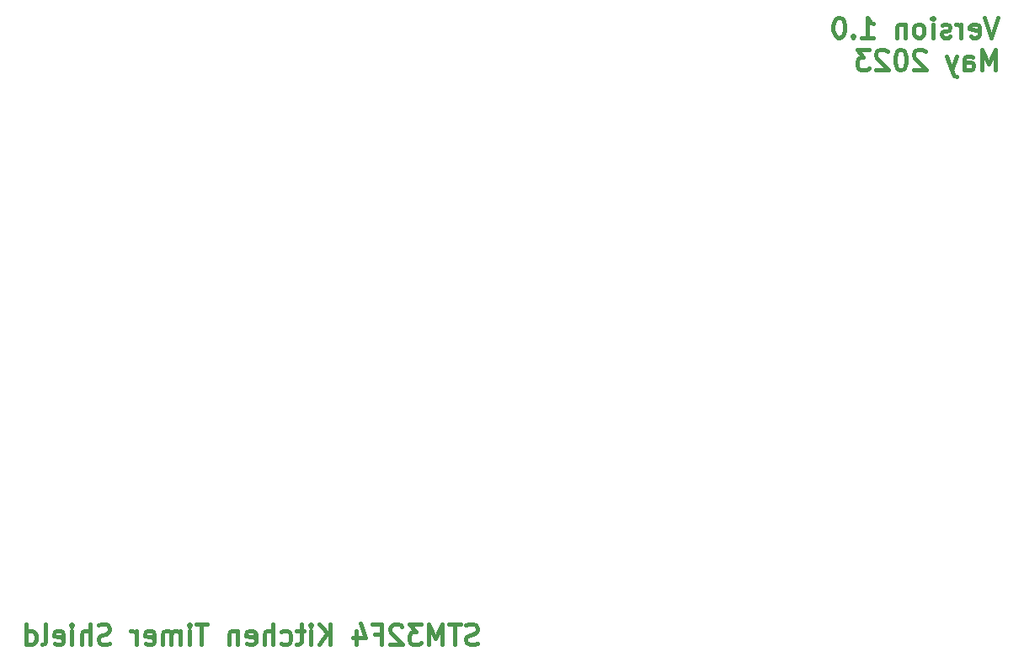
<source format=gbr>
%TF.GenerationSoftware,KiCad,Pcbnew,7.0.1*%
%TF.CreationDate,2023-05-07T16:57:40-06:00*%
%TF.ProjectId,Phase_C_STM_Shield,50686173-655f-4435-9f53-544d5f536869,rev?*%
%TF.SameCoordinates,Original*%
%TF.FileFunction,Legend,Bot*%
%TF.FilePolarity,Positive*%
%FSLAX46Y46*%
G04 Gerber Fmt 4.6, Leading zero omitted, Abs format (unit mm)*
G04 Created by KiCad (PCBNEW 7.0.1) date 2023-05-07 16:57:40*
%MOMM*%
%LPD*%
G01*
G04 APERTURE LIST*
%ADD10C,0.400000*%
G04 APERTURE END LIST*
D10*
X101320647Y-104638200D02*
X101034933Y-104733438D01*
X101034933Y-104733438D02*
X100558742Y-104733438D01*
X100558742Y-104733438D02*
X100368266Y-104638200D01*
X100368266Y-104638200D02*
X100273028Y-104542961D01*
X100273028Y-104542961D02*
X100177790Y-104352485D01*
X100177790Y-104352485D02*
X100177790Y-104162009D01*
X100177790Y-104162009D02*
X100273028Y-103971533D01*
X100273028Y-103971533D02*
X100368266Y-103876295D01*
X100368266Y-103876295D02*
X100558742Y-103781057D01*
X100558742Y-103781057D02*
X100939695Y-103685819D01*
X100939695Y-103685819D02*
X101130171Y-103590580D01*
X101130171Y-103590580D02*
X101225409Y-103495342D01*
X101225409Y-103495342D02*
X101320647Y-103304866D01*
X101320647Y-103304866D02*
X101320647Y-103114390D01*
X101320647Y-103114390D02*
X101225409Y-102923914D01*
X101225409Y-102923914D02*
X101130171Y-102828676D01*
X101130171Y-102828676D02*
X100939695Y-102733438D01*
X100939695Y-102733438D02*
X100463504Y-102733438D01*
X100463504Y-102733438D02*
X100177790Y-102828676D01*
X99606361Y-102733438D02*
X98463504Y-102733438D01*
X99034933Y-104733438D02*
X99034933Y-102733438D01*
X97796837Y-104733438D02*
X97796837Y-102733438D01*
X97796837Y-102733438D02*
X97130170Y-104162009D01*
X97130170Y-104162009D02*
X96463504Y-102733438D01*
X96463504Y-102733438D02*
X96463504Y-104733438D01*
X95701599Y-102733438D02*
X94463504Y-102733438D01*
X94463504Y-102733438D02*
X95130171Y-103495342D01*
X95130171Y-103495342D02*
X94844456Y-103495342D01*
X94844456Y-103495342D02*
X94653980Y-103590580D01*
X94653980Y-103590580D02*
X94558742Y-103685819D01*
X94558742Y-103685819D02*
X94463504Y-103876295D01*
X94463504Y-103876295D02*
X94463504Y-104352485D01*
X94463504Y-104352485D02*
X94558742Y-104542961D01*
X94558742Y-104542961D02*
X94653980Y-104638200D01*
X94653980Y-104638200D02*
X94844456Y-104733438D01*
X94844456Y-104733438D02*
X95415885Y-104733438D01*
X95415885Y-104733438D02*
X95606361Y-104638200D01*
X95606361Y-104638200D02*
X95701599Y-104542961D01*
X93701599Y-102923914D02*
X93606361Y-102828676D01*
X93606361Y-102828676D02*
X93415885Y-102733438D01*
X93415885Y-102733438D02*
X92939694Y-102733438D01*
X92939694Y-102733438D02*
X92749218Y-102828676D01*
X92749218Y-102828676D02*
X92653980Y-102923914D01*
X92653980Y-102923914D02*
X92558742Y-103114390D01*
X92558742Y-103114390D02*
X92558742Y-103304866D01*
X92558742Y-103304866D02*
X92653980Y-103590580D01*
X92653980Y-103590580D02*
X93796837Y-104733438D01*
X93796837Y-104733438D02*
X92558742Y-104733438D01*
X91034932Y-103685819D02*
X91701599Y-103685819D01*
X91701599Y-104733438D02*
X91701599Y-102733438D01*
X91701599Y-102733438D02*
X90749218Y-102733438D01*
X89130170Y-103400104D02*
X89130170Y-104733438D01*
X89606361Y-102638200D02*
X90082551Y-104066771D01*
X90082551Y-104066771D02*
X88844456Y-104066771D01*
X86558741Y-104733438D02*
X86558741Y-102733438D01*
X85415884Y-104733438D02*
X86273027Y-103590580D01*
X85415884Y-102733438D02*
X86558741Y-103876295D01*
X84558741Y-104733438D02*
X84558741Y-103400104D01*
X84558741Y-102733438D02*
X84653979Y-102828676D01*
X84653979Y-102828676D02*
X84558741Y-102923914D01*
X84558741Y-102923914D02*
X84463503Y-102828676D01*
X84463503Y-102828676D02*
X84558741Y-102733438D01*
X84558741Y-102733438D02*
X84558741Y-102923914D01*
X83892074Y-103400104D02*
X83130170Y-103400104D01*
X83606360Y-102733438D02*
X83606360Y-104447723D01*
X83606360Y-104447723D02*
X83511122Y-104638200D01*
X83511122Y-104638200D02*
X83320646Y-104733438D01*
X83320646Y-104733438D02*
X83130170Y-104733438D01*
X81606360Y-104638200D02*
X81796836Y-104733438D01*
X81796836Y-104733438D02*
X82177789Y-104733438D01*
X82177789Y-104733438D02*
X82368265Y-104638200D01*
X82368265Y-104638200D02*
X82463503Y-104542961D01*
X82463503Y-104542961D02*
X82558741Y-104352485D01*
X82558741Y-104352485D02*
X82558741Y-103781057D01*
X82558741Y-103781057D02*
X82463503Y-103590580D01*
X82463503Y-103590580D02*
X82368265Y-103495342D01*
X82368265Y-103495342D02*
X82177789Y-103400104D01*
X82177789Y-103400104D02*
X81796836Y-103400104D01*
X81796836Y-103400104D02*
X81606360Y-103495342D01*
X80749217Y-104733438D02*
X80749217Y-102733438D01*
X79892074Y-104733438D02*
X79892074Y-103685819D01*
X79892074Y-103685819D02*
X79987312Y-103495342D01*
X79987312Y-103495342D02*
X80177788Y-103400104D01*
X80177788Y-103400104D02*
X80463503Y-103400104D01*
X80463503Y-103400104D02*
X80653979Y-103495342D01*
X80653979Y-103495342D02*
X80749217Y-103590580D01*
X78177788Y-104638200D02*
X78368264Y-104733438D01*
X78368264Y-104733438D02*
X78749217Y-104733438D01*
X78749217Y-104733438D02*
X78939693Y-104638200D01*
X78939693Y-104638200D02*
X79034931Y-104447723D01*
X79034931Y-104447723D02*
X79034931Y-103685819D01*
X79034931Y-103685819D02*
X78939693Y-103495342D01*
X78939693Y-103495342D02*
X78749217Y-103400104D01*
X78749217Y-103400104D02*
X78368264Y-103400104D01*
X78368264Y-103400104D02*
X78177788Y-103495342D01*
X78177788Y-103495342D02*
X78082550Y-103685819D01*
X78082550Y-103685819D02*
X78082550Y-103876295D01*
X78082550Y-103876295D02*
X79034931Y-104066771D01*
X77225407Y-103400104D02*
X77225407Y-104733438D01*
X77225407Y-103590580D02*
X77130169Y-103495342D01*
X77130169Y-103495342D02*
X76939693Y-103400104D01*
X76939693Y-103400104D02*
X76653978Y-103400104D01*
X76653978Y-103400104D02*
X76463502Y-103495342D01*
X76463502Y-103495342D02*
X76368264Y-103685819D01*
X76368264Y-103685819D02*
X76368264Y-104733438D01*
X74177787Y-102733438D02*
X73034930Y-102733438D01*
X73606359Y-104733438D02*
X73606359Y-102733438D01*
X72368263Y-104733438D02*
X72368263Y-103400104D01*
X72368263Y-102733438D02*
X72463501Y-102828676D01*
X72463501Y-102828676D02*
X72368263Y-102923914D01*
X72368263Y-102923914D02*
X72273025Y-102828676D01*
X72273025Y-102828676D02*
X72368263Y-102733438D01*
X72368263Y-102733438D02*
X72368263Y-102923914D01*
X71415882Y-104733438D02*
X71415882Y-103400104D01*
X71415882Y-103590580D02*
X71320644Y-103495342D01*
X71320644Y-103495342D02*
X71130168Y-103400104D01*
X71130168Y-103400104D02*
X70844453Y-103400104D01*
X70844453Y-103400104D02*
X70653977Y-103495342D01*
X70653977Y-103495342D02*
X70558739Y-103685819D01*
X70558739Y-103685819D02*
X70558739Y-104733438D01*
X70558739Y-103685819D02*
X70463501Y-103495342D01*
X70463501Y-103495342D02*
X70273025Y-103400104D01*
X70273025Y-103400104D02*
X69987311Y-103400104D01*
X69987311Y-103400104D02*
X69796834Y-103495342D01*
X69796834Y-103495342D02*
X69701596Y-103685819D01*
X69701596Y-103685819D02*
X69701596Y-104733438D01*
X67987310Y-104638200D02*
X68177786Y-104733438D01*
X68177786Y-104733438D02*
X68558739Y-104733438D01*
X68558739Y-104733438D02*
X68749215Y-104638200D01*
X68749215Y-104638200D02*
X68844453Y-104447723D01*
X68844453Y-104447723D02*
X68844453Y-103685819D01*
X68844453Y-103685819D02*
X68749215Y-103495342D01*
X68749215Y-103495342D02*
X68558739Y-103400104D01*
X68558739Y-103400104D02*
X68177786Y-103400104D01*
X68177786Y-103400104D02*
X67987310Y-103495342D01*
X67987310Y-103495342D02*
X67892072Y-103685819D01*
X67892072Y-103685819D02*
X67892072Y-103876295D01*
X67892072Y-103876295D02*
X68844453Y-104066771D01*
X67034929Y-104733438D02*
X67034929Y-103400104D01*
X67034929Y-103781057D02*
X66939691Y-103590580D01*
X66939691Y-103590580D02*
X66844453Y-103495342D01*
X66844453Y-103495342D02*
X66653977Y-103400104D01*
X66653977Y-103400104D02*
X66463500Y-103400104D01*
X64368262Y-104638200D02*
X64082548Y-104733438D01*
X64082548Y-104733438D02*
X63606357Y-104733438D01*
X63606357Y-104733438D02*
X63415881Y-104638200D01*
X63415881Y-104638200D02*
X63320643Y-104542961D01*
X63320643Y-104542961D02*
X63225405Y-104352485D01*
X63225405Y-104352485D02*
X63225405Y-104162009D01*
X63225405Y-104162009D02*
X63320643Y-103971533D01*
X63320643Y-103971533D02*
X63415881Y-103876295D01*
X63415881Y-103876295D02*
X63606357Y-103781057D01*
X63606357Y-103781057D02*
X63987310Y-103685819D01*
X63987310Y-103685819D02*
X64177786Y-103590580D01*
X64177786Y-103590580D02*
X64273024Y-103495342D01*
X64273024Y-103495342D02*
X64368262Y-103304866D01*
X64368262Y-103304866D02*
X64368262Y-103114390D01*
X64368262Y-103114390D02*
X64273024Y-102923914D01*
X64273024Y-102923914D02*
X64177786Y-102828676D01*
X64177786Y-102828676D02*
X63987310Y-102733438D01*
X63987310Y-102733438D02*
X63511119Y-102733438D01*
X63511119Y-102733438D02*
X63225405Y-102828676D01*
X62368262Y-104733438D02*
X62368262Y-102733438D01*
X61511119Y-104733438D02*
X61511119Y-103685819D01*
X61511119Y-103685819D02*
X61606357Y-103495342D01*
X61606357Y-103495342D02*
X61796833Y-103400104D01*
X61796833Y-103400104D02*
X62082548Y-103400104D01*
X62082548Y-103400104D02*
X62273024Y-103495342D01*
X62273024Y-103495342D02*
X62368262Y-103590580D01*
X60558738Y-104733438D02*
X60558738Y-103400104D01*
X60558738Y-102733438D02*
X60653976Y-102828676D01*
X60653976Y-102828676D02*
X60558738Y-102923914D01*
X60558738Y-102923914D02*
X60463500Y-102828676D01*
X60463500Y-102828676D02*
X60558738Y-102733438D01*
X60558738Y-102733438D02*
X60558738Y-102923914D01*
X58844452Y-104638200D02*
X59034928Y-104733438D01*
X59034928Y-104733438D02*
X59415881Y-104733438D01*
X59415881Y-104733438D02*
X59606357Y-104638200D01*
X59606357Y-104638200D02*
X59701595Y-104447723D01*
X59701595Y-104447723D02*
X59701595Y-103685819D01*
X59701595Y-103685819D02*
X59606357Y-103495342D01*
X59606357Y-103495342D02*
X59415881Y-103400104D01*
X59415881Y-103400104D02*
X59034928Y-103400104D01*
X59034928Y-103400104D02*
X58844452Y-103495342D01*
X58844452Y-103495342D02*
X58749214Y-103685819D01*
X58749214Y-103685819D02*
X58749214Y-103876295D01*
X58749214Y-103876295D02*
X59701595Y-104066771D01*
X57606357Y-104733438D02*
X57796833Y-104638200D01*
X57796833Y-104638200D02*
X57892071Y-104447723D01*
X57892071Y-104447723D02*
X57892071Y-102733438D01*
X55987309Y-104733438D02*
X55987309Y-102733438D01*
X55987309Y-104638200D02*
X56177785Y-104733438D01*
X56177785Y-104733438D02*
X56558738Y-104733438D01*
X56558738Y-104733438D02*
X56749214Y-104638200D01*
X56749214Y-104638200D02*
X56844452Y-104542961D01*
X56844452Y-104542961D02*
X56939690Y-104352485D01*
X56939690Y-104352485D02*
X56939690Y-103781057D01*
X56939690Y-103781057D02*
X56844452Y-103590580D01*
X56844452Y-103590580D02*
X56749214Y-103495342D01*
X56749214Y-103495342D02*
X56558738Y-103400104D01*
X56558738Y-103400104D02*
X56177785Y-103400104D01*
X56177785Y-103400104D02*
X55987309Y-103495342D01*
X153682723Y-41657638D02*
X153016057Y-43657638D01*
X153016057Y-43657638D02*
X152349390Y-41657638D01*
X150920818Y-43562400D02*
X151111294Y-43657638D01*
X151111294Y-43657638D02*
X151492247Y-43657638D01*
X151492247Y-43657638D02*
X151682723Y-43562400D01*
X151682723Y-43562400D02*
X151777961Y-43371923D01*
X151777961Y-43371923D02*
X151777961Y-42610019D01*
X151777961Y-42610019D02*
X151682723Y-42419542D01*
X151682723Y-42419542D02*
X151492247Y-42324304D01*
X151492247Y-42324304D02*
X151111294Y-42324304D01*
X151111294Y-42324304D02*
X150920818Y-42419542D01*
X150920818Y-42419542D02*
X150825580Y-42610019D01*
X150825580Y-42610019D02*
X150825580Y-42800495D01*
X150825580Y-42800495D02*
X151777961Y-42990971D01*
X149968437Y-43657638D02*
X149968437Y-42324304D01*
X149968437Y-42705257D02*
X149873199Y-42514780D01*
X149873199Y-42514780D02*
X149777961Y-42419542D01*
X149777961Y-42419542D02*
X149587485Y-42324304D01*
X149587485Y-42324304D02*
X149397008Y-42324304D01*
X148825580Y-43562400D02*
X148635104Y-43657638D01*
X148635104Y-43657638D02*
X148254152Y-43657638D01*
X148254152Y-43657638D02*
X148063675Y-43562400D01*
X148063675Y-43562400D02*
X147968437Y-43371923D01*
X147968437Y-43371923D02*
X147968437Y-43276685D01*
X147968437Y-43276685D02*
X148063675Y-43086209D01*
X148063675Y-43086209D02*
X148254152Y-42990971D01*
X148254152Y-42990971D02*
X148539866Y-42990971D01*
X148539866Y-42990971D02*
X148730342Y-42895733D01*
X148730342Y-42895733D02*
X148825580Y-42705257D01*
X148825580Y-42705257D02*
X148825580Y-42610019D01*
X148825580Y-42610019D02*
X148730342Y-42419542D01*
X148730342Y-42419542D02*
X148539866Y-42324304D01*
X148539866Y-42324304D02*
X148254152Y-42324304D01*
X148254152Y-42324304D02*
X148063675Y-42419542D01*
X147111294Y-43657638D02*
X147111294Y-42324304D01*
X147111294Y-41657638D02*
X147206532Y-41752876D01*
X147206532Y-41752876D02*
X147111294Y-41848114D01*
X147111294Y-41848114D02*
X147016056Y-41752876D01*
X147016056Y-41752876D02*
X147111294Y-41657638D01*
X147111294Y-41657638D02*
X147111294Y-41848114D01*
X145873199Y-43657638D02*
X146063675Y-43562400D01*
X146063675Y-43562400D02*
X146158913Y-43467161D01*
X146158913Y-43467161D02*
X146254151Y-43276685D01*
X146254151Y-43276685D02*
X146254151Y-42705257D01*
X146254151Y-42705257D02*
X146158913Y-42514780D01*
X146158913Y-42514780D02*
X146063675Y-42419542D01*
X146063675Y-42419542D02*
X145873199Y-42324304D01*
X145873199Y-42324304D02*
X145587484Y-42324304D01*
X145587484Y-42324304D02*
X145397008Y-42419542D01*
X145397008Y-42419542D02*
X145301770Y-42514780D01*
X145301770Y-42514780D02*
X145206532Y-42705257D01*
X145206532Y-42705257D02*
X145206532Y-43276685D01*
X145206532Y-43276685D02*
X145301770Y-43467161D01*
X145301770Y-43467161D02*
X145397008Y-43562400D01*
X145397008Y-43562400D02*
X145587484Y-43657638D01*
X145587484Y-43657638D02*
X145873199Y-43657638D01*
X144349389Y-42324304D02*
X144349389Y-43657638D01*
X144349389Y-42514780D02*
X144254151Y-42419542D01*
X144254151Y-42419542D02*
X144063675Y-42324304D01*
X144063675Y-42324304D02*
X143777960Y-42324304D01*
X143777960Y-42324304D02*
X143587484Y-42419542D01*
X143587484Y-42419542D02*
X143492246Y-42610019D01*
X143492246Y-42610019D02*
X143492246Y-43657638D01*
X139968436Y-43657638D02*
X141111293Y-43657638D01*
X140539865Y-43657638D02*
X140539865Y-41657638D01*
X140539865Y-41657638D02*
X140730341Y-41943352D01*
X140730341Y-41943352D02*
X140920817Y-42133828D01*
X140920817Y-42133828D02*
X141111293Y-42229066D01*
X139111293Y-43467161D02*
X139016055Y-43562400D01*
X139016055Y-43562400D02*
X139111293Y-43657638D01*
X139111293Y-43657638D02*
X139206531Y-43562400D01*
X139206531Y-43562400D02*
X139111293Y-43467161D01*
X139111293Y-43467161D02*
X139111293Y-43657638D01*
X137777960Y-41657638D02*
X137587483Y-41657638D01*
X137587483Y-41657638D02*
X137397007Y-41752876D01*
X137397007Y-41752876D02*
X137301769Y-41848114D01*
X137301769Y-41848114D02*
X137206531Y-42038590D01*
X137206531Y-42038590D02*
X137111293Y-42419542D01*
X137111293Y-42419542D02*
X137111293Y-42895733D01*
X137111293Y-42895733D02*
X137206531Y-43276685D01*
X137206531Y-43276685D02*
X137301769Y-43467161D01*
X137301769Y-43467161D02*
X137397007Y-43562400D01*
X137397007Y-43562400D02*
X137587483Y-43657638D01*
X137587483Y-43657638D02*
X137777960Y-43657638D01*
X137777960Y-43657638D02*
X137968436Y-43562400D01*
X137968436Y-43562400D02*
X138063674Y-43467161D01*
X138063674Y-43467161D02*
X138158912Y-43276685D01*
X138158912Y-43276685D02*
X138254150Y-42895733D01*
X138254150Y-42895733D02*
X138254150Y-42419542D01*
X138254150Y-42419542D02*
X138158912Y-42038590D01*
X138158912Y-42038590D02*
X138063674Y-41848114D01*
X138063674Y-41848114D02*
X137968436Y-41752876D01*
X137968436Y-41752876D02*
X137777960Y-41657638D01*
X153397009Y-46897638D02*
X153397009Y-44897638D01*
X153397009Y-44897638D02*
X152730342Y-46326209D01*
X152730342Y-46326209D02*
X152063676Y-44897638D01*
X152063676Y-44897638D02*
X152063676Y-46897638D01*
X150254152Y-46897638D02*
X150254152Y-45850019D01*
X150254152Y-45850019D02*
X150349390Y-45659542D01*
X150349390Y-45659542D02*
X150539866Y-45564304D01*
X150539866Y-45564304D02*
X150920819Y-45564304D01*
X150920819Y-45564304D02*
X151111295Y-45659542D01*
X150254152Y-46802400D02*
X150444628Y-46897638D01*
X150444628Y-46897638D02*
X150920819Y-46897638D01*
X150920819Y-46897638D02*
X151111295Y-46802400D01*
X151111295Y-46802400D02*
X151206533Y-46611923D01*
X151206533Y-46611923D02*
X151206533Y-46421447D01*
X151206533Y-46421447D02*
X151111295Y-46230971D01*
X151111295Y-46230971D02*
X150920819Y-46135733D01*
X150920819Y-46135733D02*
X150444628Y-46135733D01*
X150444628Y-46135733D02*
X150254152Y-46040495D01*
X149492247Y-45564304D02*
X149016057Y-46897638D01*
X148539866Y-45564304D02*
X149016057Y-46897638D01*
X149016057Y-46897638D02*
X149206533Y-47373828D01*
X149206533Y-47373828D02*
X149301771Y-47469066D01*
X149301771Y-47469066D02*
X149492247Y-47564304D01*
X146349389Y-45088114D02*
X146254151Y-44992876D01*
X146254151Y-44992876D02*
X146063675Y-44897638D01*
X146063675Y-44897638D02*
X145587484Y-44897638D01*
X145587484Y-44897638D02*
X145397008Y-44992876D01*
X145397008Y-44992876D02*
X145301770Y-45088114D01*
X145301770Y-45088114D02*
X145206532Y-45278590D01*
X145206532Y-45278590D02*
X145206532Y-45469066D01*
X145206532Y-45469066D02*
X145301770Y-45754780D01*
X145301770Y-45754780D02*
X146444627Y-46897638D01*
X146444627Y-46897638D02*
X145206532Y-46897638D01*
X143968437Y-44897638D02*
X143777960Y-44897638D01*
X143777960Y-44897638D02*
X143587484Y-44992876D01*
X143587484Y-44992876D02*
X143492246Y-45088114D01*
X143492246Y-45088114D02*
X143397008Y-45278590D01*
X143397008Y-45278590D02*
X143301770Y-45659542D01*
X143301770Y-45659542D02*
X143301770Y-46135733D01*
X143301770Y-46135733D02*
X143397008Y-46516685D01*
X143397008Y-46516685D02*
X143492246Y-46707161D01*
X143492246Y-46707161D02*
X143587484Y-46802400D01*
X143587484Y-46802400D02*
X143777960Y-46897638D01*
X143777960Y-46897638D02*
X143968437Y-46897638D01*
X143968437Y-46897638D02*
X144158913Y-46802400D01*
X144158913Y-46802400D02*
X144254151Y-46707161D01*
X144254151Y-46707161D02*
X144349389Y-46516685D01*
X144349389Y-46516685D02*
X144444627Y-46135733D01*
X144444627Y-46135733D02*
X144444627Y-45659542D01*
X144444627Y-45659542D02*
X144349389Y-45278590D01*
X144349389Y-45278590D02*
X144254151Y-45088114D01*
X144254151Y-45088114D02*
X144158913Y-44992876D01*
X144158913Y-44992876D02*
X143968437Y-44897638D01*
X142539865Y-45088114D02*
X142444627Y-44992876D01*
X142444627Y-44992876D02*
X142254151Y-44897638D01*
X142254151Y-44897638D02*
X141777960Y-44897638D01*
X141777960Y-44897638D02*
X141587484Y-44992876D01*
X141587484Y-44992876D02*
X141492246Y-45088114D01*
X141492246Y-45088114D02*
X141397008Y-45278590D01*
X141397008Y-45278590D02*
X141397008Y-45469066D01*
X141397008Y-45469066D02*
X141492246Y-45754780D01*
X141492246Y-45754780D02*
X142635103Y-46897638D01*
X142635103Y-46897638D02*
X141397008Y-46897638D01*
X140730341Y-44897638D02*
X139492246Y-44897638D01*
X139492246Y-44897638D02*
X140158913Y-45659542D01*
X140158913Y-45659542D02*
X139873198Y-45659542D01*
X139873198Y-45659542D02*
X139682722Y-45754780D01*
X139682722Y-45754780D02*
X139587484Y-45850019D01*
X139587484Y-45850019D02*
X139492246Y-46040495D01*
X139492246Y-46040495D02*
X139492246Y-46516685D01*
X139492246Y-46516685D02*
X139587484Y-46707161D01*
X139587484Y-46707161D02*
X139682722Y-46802400D01*
X139682722Y-46802400D02*
X139873198Y-46897638D01*
X139873198Y-46897638D02*
X140444627Y-46897638D01*
X140444627Y-46897638D02*
X140635103Y-46802400D01*
X140635103Y-46802400D02*
X140730341Y-46707161D01*
M02*

</source>
